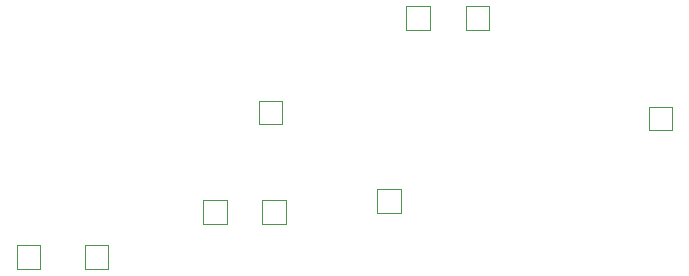
<source format=gbr>
G04 #@! TF.GenerationSoftware,KiCad,Pcbnew,(5.0.1-3-g963ef8bb5)*
G04 #@! TF.CreationDate,2020-05-04T17:29:04+02:00*
G04 #@! TF.ProjectId,trackix,747261636B69782E6B696361645F7063,rev?*
G04 #@! TF.SameCoordinates,Original*
G04 #@! TF.FileFunction,Other,User*
%FSLAX46Y46*%
G04 Gerber Fmt 4.6, Leading zero omitted, Abs format (unit mm)*
G04 Created by KiCad (PCBNEW (5.0.1-3-g963ef8bb5)) date 2020 May 04, Monday 17:29:04*
%MOMM*%
%LPD*%
G01*
G04 APERTURE LIST*
%ADD10C,0.050000*%
G04 APERTURE END LIST*
D10*
G04 #@! TO.C,TP1*
X72500000Y-71250000D02*
X70500000Y-71250000D01*
X72500000Y-71250000D02*
X72500000Y-73250000D01*
X70500000Y-73250000D02*
X70500000Y-71250000D01*
X70500000Y-73250000D02*
X72500000Y-73250000D01*
G04 #@! TO.C,TP2*
X76250000Y-73250000D02*
X78250000Y-73250000D01*
X76250000Y-73250000D02*
X76250000Y-71250000D01*
X78250000Y-71250000D02*
X78250000Y-73250000D01*
X78250000Y-71250000D02*
X76250000Y-71250000D01*
G04 #@! TO.C,TP3*
X86300000Y-67400000D02*
X86300000Y-69400000D01*
X86300000Y-67400000D02*
X88300000Y-67400000D01*
X88300000Y-69400000D02*
X86300000Y-69400000D01*
X88300000Y-69400000D02*
X88300000Y-67400000D01*
G04 #@! TO.C,TP4*
X103000000Y-68500000D02*
X103000000Y-66500000D01*
X103000000Y-68500000D02*
X101000000Y-68500000D01*
X101000000Y-66500000D02*
X103000000Y-66500000D01*
X101000000Y-66500000D02*
X101000000Y-68500000D01*
G04 #@! TO.C,TP5*
X93000000Y-59000000D02*
X91000000Y-59000000D01*
X93000000Y-59000000D02*
X93000000Y-61000000D01*
X91000000Y-61000000D02*
X91000000Y-59000000D01*
X91000000Y-61000000D02*
X93000000Y-61000000D01*
G04 #@! TO.C,TP6*
X124000000Y-61500000D02*
X126000000Y-61500000D01*
X124000000Y-61500000D02*
X124000000Y-59500000D01*
X126000000Y-59500000D02*
X126000000Y-61500000D01*
X126000000Y-59500000D02*
X124000000Y-59500000D01*
G04 #@! TO.C,TP7*
X108500000Y-53000000D02*
X110500000Y-53000000D01*
X108500000Y-53000000D02*
X108500000Y-51000000D01*
X110500000Y-51000000D02*
X110500000Y-53000000D01*
X110500000Y-51000000D02*
X108500000Y-51000000D01*
G04 #@! TO.C,TP8*
X105500000Y-51000000D02*
X103500000Y-51000000D01*
X105500000Y-51000000D02*
X105500000Y-53000000D01*
X103500000Y-53000000D02*
X103500000Y-51000000D01*
X103500000Y-53000000D02*
X105500000Y-53000000D01*
G04 #@! TO.C,TP9*
X93300000Y-67400000D02*
X91300000Y-67400000D01*
X93300000Y-67400000D02*
X93300000Y-69400000D01*
X91300000Y-69400000D02*
X91300000Y-67400000D01*
X91300000Y-69400000D02*
X93300000Y-69400000D01*
G04 #@! TD*
M02*

</source>
